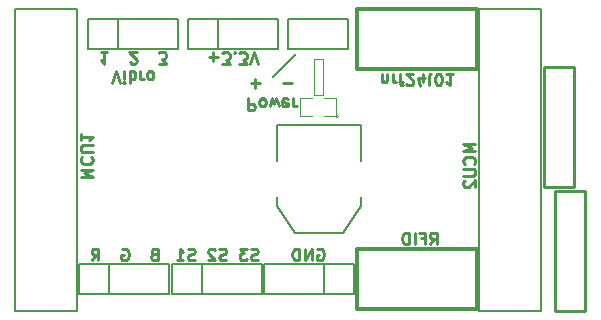
<source format=gbo>
G04 (created by PCBNEW (2013-may-18)-stable) date Вс 07 июн 2015 12:30:23*
%MOIN*%
G04 Gerber Fmt 3.4, Leading zero omitted, Abs format*
%FSLAX34Y34*%
G01*
G70*
G90*
G04 APERTURE LIST*
%ADD10C,0.00590551*%
%ADD11C,0.00787402*%
%ADD12C,0.00984252*%
%ADD13C,0.0047*%
%ADD14C,0.008*%
%ADD15C,0.0039*%
%ADD16C,0.012*%
%ADD17C,0.01*%
%ADD18C,0.006*%
G04 APERTURE END LIST*
G54D10*
G54D11*
X34094Y-19783D02*
X34094Y-19744D01*
X33366Y-20511D02*
X34094Y-19783D01*
G54D12*
X40100Y-22723D02*
X39706Y-22723D01*
X39987Y-22854D01*
X39706Y-22985D01*
X40100Y-22985D01*
X40062Y-23398D02*
X40081Y-23379D01*
X40100Y-23323D01*
X40100Y-23285D01*
X40081Y-23229D01*
X40044Y-23191D01*
X40006Y-23173D01*
X39931Y-23154D01*
X39875Y-23154D01*
X39800Y-23173D01*
X39762Y-23191D01*
X39725Y-23229D01*
X39706Y-23285D01*
X39706Y-23323D01*
X39725Y-23379D01*
X39744Y-23398D01*
X39706Y-23566D02*
X40025Y-23566D01*
X40062Y-23585D01*
X40081Y-23604D01*
X40100Y-23641D01*
X40100Y-23716D01*
X40081Y-23754D01*
X40062Y-23772D01*
X40025Y-23791D01*
X39706Y-23791D01*
X39744Y-23960D02*
X39725Y-23979D01*
X39706Y-24016D01*
X39706Y-24110D01*
X39725Y-24147D01*
X39744Y-24166D01*
X39781Y-24185D01*
X39819Y-24185D01*
X39875Y-24166D01*
X40100Y-23941D01*
X40100Y-24185D01*
X26946Y-23851D02*
X27340Y-23851D01*
X27059Y-23720D01*
X27340Y-23589D01*
X26946Y-23589D01*
X26984Y-23176D02*
X26965Y-23195D01*
X26946Y-23251D01*
X26946Y-23289D01*
X26965Y-23345D01*
X27003Y-23383D01*
X27040Y-23401D01*
X27115Y-23420D01*
X27171Y-23420D01*
X27246Y-23401D01*
X27284Y-23383D01*
X27321Y-23345D01*
X27340Y-23289D01*
X27340Y-23251D01*
X27321Y-23195D01*
X27303Y-23176D01*
X27340Y-23008D02*
X27021Y-23008D01*
X26984Y-22989D01*
X26965Y-22970D01*
X26946Y-22933D01*
X26946Y-22858D01*
X26965Y-22820D01*
X26984Y-22801D01*
X27021Y-22783D01*
X27340Y-22783D01*
X26946Y-22389D02*
X26946Y-22614D01*
X26946Y-22501D02*
X27340Y-22501D01*
X27284Y-22539D01*
X27246Y-22576D01*
X27228Y-22614D01*
X38585Y-26084D02*
X38716Y-25897D01*
X38810Y-26084D02*
X38810Y-25690D01*
X38660Y-25690D01*
X38622Y-25709D01*
X38604Y-25728D01*
X38585Y-25765D01*
X38585Y-25822D01*
X38604Y-25859D01*
X38622Y-25878D01*
X38660Y-25897D01*
X38810Y-25897D01*
X38285Y-25878D02*
X38416Y-25878D01*
X38416Y-26084D02*
X38416Y-25690D01*
X38229Y-25690D01*
X38079Y-26084D02*
X38079Y-25690D01*
X37891Y-26084D02*
X37891Y-25690D01*
X37798Y-25690D01*
X37741Y-25709D01*
X37704Y-25747D01*
X37685Y-25784D01*
X37666Y-25859D01*
X37666Y-25915D01*
X37685Y-25990D01*
X37704Y-26028D01*
X37741Y-26065D01*
X37798Y-26084D01*
X37891Y-26084D01*
X36997Y-20654D02*
X36997Y-20391D01*
X36997Y-20616D02*
X37016Y-20635D01*
X37053Y-20654D01*
X37110Y-20654D01*
X37147Y-20635D01*
X37166Y-20598D01*
X37166Y-20391D01*
X37353Y-20391D02*
X37353Y-20654D01*
X37353Y-20579D02*
X37372Y-20616D01*
X37391Y-20635D01*
X37428Y-20654D01*
X37466Y-20654D01*
X37541Y-20654D02*
X37691Y-20654D01*
X37597Y-20391D02*
X37597Y-20729D01*
X37616Y-20766D01*
X37653Y-20785D01*
X37691Y-20785D01*
X37803Y-20748D02*
X37822Y-20766D01*
X37859Y-20785D01*
X37953Y-20785D01*
X37991Y-20766D01*
X38009Y-20748D01*
X38028Y-20710D01*
X38028Y-20673D01*
X38009Y-20616D01*
X37784Y-20391D01*
X38028Y-20391D01*
X38366Y-20654D02*
X38366Y-20391D01*
X38272Y-20804D02*
X38178Y-20523D01*
X38422Y-20523D01*
X38628Y-20391D02*
X38591Y-20410D01*
X38572Y-20448D01*
X38572Y-20785D01*
X38853Y-20785D02*
X38891Y-20785D01*
X38928Y-20766D01*
X38947Y-20748D01*
X38966Y-20710D01*
X38984Y-20635D01*
X38984Y-20541D01*
X38966Y-20466D01*
X38947Y-20429D01*
X38928Y-20410D01*
X38891Y-20391D01*
X38853Y-20391D01*
X38816Y-20410D01*
X38797Y-20429D01*
X38778Y-20466D01*
X38759Y-20541D01*
X38759Y-20635D01*
X38778Y-20710D01*
X38797Y-20748D01*
X38816Y-20766D01*
X38853Y-20785D01*
X39359Y-20391D02*
X39134Y-20391D01*
X39247Y-20391D02*
X39247Y-20785D01*
X39209Y-20729D01*
X39172Y-20691D01*
X39134Y-20673D01*
X32529Y-21218D02*
X32529Y-21612D01*
X32679Y-21612D01*
X32716Y-21593D01*
X32735Y-21574D01*
X32754Y-21537D01*
X32754Y-21481D01*
X32735Y-21443D01*
X32716Y-21424D01*
X32679Y-21406D01*
X32529Y-21406D01*
X32979Y-21218D02*
X32941Y-21237D01*
X32922Y-21256D01*
X32904Y-21293D01*
X32904Y-21406D01*
X32922Y-21443D01*
X32941Y-21462D01*
X32979Y-21481D01*
X33035Y-21481D01*
X33072Y-21462D01*
X33091Y-21443D01*
X33110Y-21406D01*
X33110Y-21293D01*
X33091Y-21256D01*
X33072Y-21237D01*
X33035Y-21218D01*
X32979Y-21218D01*
X33241Y-21481D02*
X33316Y-21218D01*
X33391Y-21406D01*
X33466Y-21218D01*
X33541Y-21481D01*
X33841Y-21237D02*
X33803Y-21218D01*
X33728Y-21218D01*
X33691Y-21237D01*
X33672Y-21274D01*
X33672Y-21424D01*
X33691Y-21462D01*
X33728Y-21481D01*
X33803Y-21481D01*
X33841Y-21462D01*
X33860Y-21424D01*
X33860Y-21387D01*
X33672Y-21349D01*
X34028Y-21218D02*
X34028Y-21481D01*
X34028Y-21406D02*
X34047Y-21443D01*
X34066Y-21462D01*
X34103Y-21481D01*
X34141Y-21481D01*
X32613Y-20718D02*
X32913Y-20718D01*
X32763Y-20568D02*
X32763Y-20868D01*
X33700Y-20718D02*
X34000Y-20718D01*
X31220Y-19833D02*
X31520Y-19833D01*
X31370Y-19683D02*
X31370Y-19983D01*
X31670Y-20076D02*
X31914Y-20076D01*
X31782Y-19926D01*
X31839Y-19926D01*
X31876Y-19908D01*
X31895Y-19889D01*
X31914Y-19851D01*
X31914Y-19758D01*
X31895Y-19720D01*
X31876Y-19701D01*
X31839Y-19683D01*
X31726Y-19683D01*
X31689Y-19701D01*
X31670Y-19720D01*
X32082Y-19720D02*
X32101Y-19701D01*
X32082Y-19683D01*
X32064Y-19701D01*
X32082Y-19720D01*
X32082Y-19683D01*
X32232Y-20076D02*
X32476Y-20076D01*
X32345Y-19926D01*
X32401Y-19926D01*
X32439Y-19908D01*
X32457Y-19889D01*
X32476Y-19851D01*
X32476Y-19758D01*
X32457Y-19720D01*
X32439Y-19701D01*
X32401Y-19683D01*
X32289Y-19683D01*
X32251Y-19701D01*
X32232Y-19720D01*
X32589Y-20076D02*
X32720Y-19683D01*
X32851Y-20076D01*
X27997Y-20706D02*
X28128Y-20313D01*
X28260Y-20706D01*
X28391Y-20313D02*
X28391Y-20575D01*
X28391Y-20706D02*
X28372Y-20688D01*
X28391Y-20669D01*
X28410Y-20688D01*
X28391Y-20706D01*
X28391Y-20669D01*
X28578Y-20313D02*
X28578Y-20706D01*
X28578Y-20556D02*
X28616Y-20575D01*
X28691Y-20575D01*
X28728Y-20556D01*
X28747Y-20538D01*
X28766Y-20500D01*
X28766Y-20388D01*
X28747Y-20350D01*
X28728Y-20331D01*
X28691Y-20313D01*
X28616Y-20313D01*
X28578Y-20331D01*
X28935Y-20313D02*
X28935Y-20575D01*
X28935Y-20500D02*
X28953Y-20538D01*
X28972Y-20556D01*
X29010Y-20575D01*
X29047Y-20575D01*
X29235Y-20313D02*
X29197Y-20331D01*
X29178Y-20350D01*
X29160Y-20388D01*
X29160Y-20500D01*
X29178Y-20538D01*
X29197Y-20556D01*
X29235Y-20575D01*
X29291Y-20575D01*
X29328Y-20556D01*
X29347Y-20538D01*
X29366Y-20500D01*
X29366Y-20388D01*
X29347Y-20350D01*
X29328Y-20331D01*
X29291Y-20313D01*
X29235Y-20313D01*
X27838Y-19663D02*
X27613Y-19663D01*
X27725Y-19663D02*
X27725Y-20057D01*
X27688Y-20000D01*
X27650Y-19963D01*
X27613Y-19944D01*
X28588Y-20019D02*
X28607Y-20038D01*
X28644Y-20057D01*
X28738Y-20057D01*
X28775Y-20038D01*
X28794Y-20019D01*
X28813Y-19982D01*
X28813Y-19944D01*
X28794Y-19888D01*
X28569Y-19663D01*
X28813Y-19663D01*
X29544Y-20057D02*
X29788Y-20057D01*
X29656Y-19907D01*
X29713Y-19907D01*
X29750Y-19888D01*
X29769Y-19869D01*
X29788Y-19832D01*
X29788Y-19738D01*
X29769Y-19700D01*
X29750Y-19682D01*
X29713Y-19663D01*
X29600Y-19663D01*
X29563Y-19682D01*
X29544Y-19700D01*
X29390Y-26409D02*
X29334Y-26428D01*
X29315Y-26447D01*
X29296Y-26484D01*
X29296Y-26541D01*
X29315Y-26578D01*
X29334Y-26597D01*
X29371Y-26616D01*
X29521Y-26616D01*
X29521Y-26222D01*
X29390Y-26222D01*
X29353Y-26241D01*
X29334Y-26259D01*
X29315Y-26297D01*
X29315Y-26334D01*
X29334Y-26372D01*
X29353Y-26391D01*
X29390Y-26409D01*
X29521Y-26409D01*
X28322Y-26241D02*
X28359Y-26222D01*
X28415Y-26222D01*
X28472Y-26241D01*
X28509Y-26278D01*
X28528Y-26316D01*
X28547Y-26391D01*
X28547Y-26447D01*
X28528Y-26522D01*
X28509Y-26559D01*
X28472Y-26597D01*
X28415Y-26616D01*
X28378Y-26616D01*
X28322Y-26597D01*
X28303Y-26578D01*
X28303Y-26447D01*
X28378Y-26447D01*
X27309Y-26616D02*
X27440Y-26428D01*
X27534Y-26616D02*
X27534Y-26222D01*
X27384Y-26222D01*
X27347Y-26241D01*
X27328Y-26259D01*
X27309Y-26297D01*
X27309Y-26353D01*
X27328Y-26391D01*
X27347Y-26409D01*
X27384Y-26428D01*
X27534Y-26428D01*
X32845Y-26597D02*
X32789Y-26616D01*
X32695Y-26616D01*
X32658Y-26597D01*
X32639Y-26578D01*
X32620Y-26541D01*
X32620Y-26503D01*
X32639Y-26466D01*
X32658Y-26447D01*
X32695Y-26428D01*
X32770Y-26409D01*
X32808Y-26391D01*
X32827Y-26372D01*
X32845Y-26334D01*
X32845Y-26297D01*
X32827Y-26259D01*
X32808Y-26241D01*
X32770Y-26222D01*
X32677Y-26222D01*
X32620Y-26241D01*
X32489Y-26222D02*
X32245Y-26222D01*
X32377Y-26372D01*
X32320Y-26372D01*
X32283Y-26391D01*
X32264Y-26409D01*
X32245Y-26447D01*
X32245Y-26541D01*
X32264Y-26578D01*
X32283Y-26597D01*
X32320Y-26616D01*
X32433Y-26616D01*
X32470Y-26597D01*
X32489Y-26578D01*
X31796Y-26597D02*
X31739Y-26616D01*
X31646Y-26616D01*
X31608Y-26597D01*
X31589Y-26578D01*
X31571Y-26541D01*
X31571Y-26503D01*
X31589Y-26466D01*
X31608Y-26447D01*
X31646Y-26428D01*
X31721Y-26409D01*
X31758Y-26391D01*
X31777Y-26372D01*
X31796Y-26334D01*
X31796Y-26297D01*
X31777Y-26259D01*
X31758Y-26241D01*
X31721Y-26222D01*
X31627Y-26222D01*
X31571Y-26241D01*
X31421Y-26259D02*
X31402Y-26241D01*
X31364Y-26222D01*
X31271Y-26222D01*
X31233Y-26241D01*
X31214Y-26259D01*
X31196Y-26297D01*
X31196Y-26334D01*
X31214Y-26391D01*
X31439Y-26616D01*
X31196Y-26616D01*
X30746Y-26597D02*
X30689Y-26616D01*
X30596Y-26616D01*
X30558Y-26597D01*
X30539Y-26578D01*
X30521Y-26541D01*
X30521Y-26503D01*
X30539Y-26466D01*
X30558Y-26447D01*
X30596Y-26428D01*
X30671Y-26409D01*
X30708Y-26391D01*
X30727Y-26372D01*
X30746Y-26334D01*
X30746Y-26297D01*
X30727Y-26259D01*
X30708Y-26241D01*
X30671Y-26222D01*
X30577Y-26222D01*
X30521Y-26241D01*
X30146Y-26616D02*
X30371Y-26616D01*
X30258Y-26616D02*
X30258Y-26222D01*
X30296Y-26278D01*
X30333Y-26316D01*
X30371Y-26334D01*
X34827Y-26241D02*
X34865Y-26222D01*
X34921Y-26222D01*
X34977Y-26241D01*
X35014Y-26278D01*
X35033Y-26316D01*
X35052Y-26391D01*
X35052Y-26447D01*
X35033Y-26522D01*
X35014Y-26559D01*
X34977Y-26597D01*
X34921Y-26616D01*
X34883Y-26616D01*
X34827Y-26597D01*
X34808Y-26578D01*
X34808Y-26447D01*
X34883Y-26447D01*
X34640Y-26616D02*
X34640Y-26222D01*
X34415Y-26616D01*
X34415Y-26222D01*
X34227Y-26616D02*
X34227Y-26222D01*
X34133Y-26222D01*
X34077Y-26241D01*
X34040Y-26278D01*
X34021Y-26316D01*
X34002Y-26391D01*
X34002Y-26447D01*
X34021Y-26522D01*
X34040Y-26559D01*
X34077Y-26597D01*
X34133Y-26616D01*
X34227Y-26616D01*
G54D13*
X35012Y-21092D02*
X35012Y-19892D01*
X35012Y-19892D02*
X34712Y-19892D01*
X34712Y-19892D02*
X34712Y-21092D01*
X34712Y-21092D02*
X35012Y-21092D01*
G54D14*
X33481Y-23317D02*
X33481Y-22117D01*
X33481Y-22117D02*
X36281Y-22117D01*
X36281Y-22117D02*
X36281Y-23317D01*
X33481Y-24517D02*
X33481Y-24817D01*
X33481Y-24817D02*
X34081Y-25717D01*
X34081Y-25717D02*
X35681Y-25717D01*
X35681Y-25717D02*
X36281Y-24817D01*
X36281Y-24817D02*
X36281Y-24517D01*
G54D15*
X35542Y-21815D02*
G75*
G03X35542Y-21815I-50J0D01*
G74*
G01*
X35042Y-21815D02*
X35442Y-21815D01*
X35442Y-21815D02*
X35442Y-21215D01*
X35442Y-21215D02*
X35042Y-21215D01*
X34642Y-21215D02*
X34242Y-21215D01*
X34242Y-21215D02*
X34242Y-21815D01*
X34242Y-21815D02*
X34642Y-21815D01*
G54D16*
X40169Y-26244D02*
X36169Y-26244D01*
X36169Y-26244D02*
X36169Y-28244D01*
X36169Y-28244D02*
X40169Y-28244D01*
X40169Y-28244D02*
X40169Y-26244D01*
X36169Y-20232D02*
X40169Y-20232D01*
X40169Y-20232D02*
X40169Y-18232D01*
X40169Y-18232D02*
X36169Y-18232D01*
X36169Y-18232D02*
X36169Y-20232D01*
G54D17*
X43767Y-28299D02*
X43767Y-24299D01*
X42767Y-28299D02*
X42767Y-24299D01*
X42767Y-24299D02*
X43767Y-24299D01*
X43767Y-28299D02*
X42767Y-28299D01*
X42393Y-20165D02*
X42393Y-24165D01*
X43393Y-20165D02*
X43393Y-24165D01*
X43393Y-24165D02*
X42393Y-24165D01*
X42393Y-20165D02*
X43393Y-20165D01*
G54D18*
X30507Y-18555D02*
X30507Y-19555D01*
X30507Y-19555D02*
X33507Y-19555D01*
X33507Y-19555D02*
X33507Y-18555D01*
X33507Y-18555D02*
X30507Y-18555D01*
X31507Y-19555D02*
X31507Y-18555D01*
X36066Y-27744D02*
X36066Y-26744D01*
X36066Y-26744D02*
X33066Y-26744D01*
X33066Y-26744D02*
X33066Y-27744D01*
X33066Y-27744D02*
X36066Y-27744D01*
X35066Y-26744D02*
X35066Y-27744D01*
X26885Y-26744D02*
X26885Y-27744D01*
X26885Y-27744D02*
X29885Y-27744D01*
X29885Y-27744D02*
X29885Y-26744D01*
X29885Y-26744D02*
X26885Y-26744D01*
X27885Y-27744D02*
X27885Y-26744D01*
X27181Y-18555D02*
X27181Y-19555D01*
X27181Y-19555D02*
X30181Y-19555D01*
X30181Y-19555D02*
X30181Y-18555D01*
X30181Y-18555D02*
X27181Y-18555D01*
X28181Y-19555D02*
X28181Y-18555D01*
X29976Y-26744D02*
X29976Y-27744D01*
X29976Y-27744D02*
X32976Y-27744D01*
X32976Y-27744D02*
X32976Y-26744D01*
X32976Y-26744D02*
X29976Y-26744D01*
X30976Y-27744D02*
X30976Y-26744D01*
X35862Y-19555D02*
X35862Y-18555D01*
X35862Y-18555D02*
X33862Y-18555D01*
X33862Y-18555D02*
X33862Y-19555D01*
X33862Y-19555D02*
X35862Y-19555D01*
G54D10*
X40236Y-18228D02*
X40236Y-28307D01*
X40236Y-28307D02*
X42283Y-28307D01*
X42283Y-28307D02*
X42283Y-18228D01*
X42283Y-18228D02*
X40236Y-18228D01*
X24763Y-18228D02*
X24763Y-28307D01*
X24763Y-28307D02*
X26811Y-28307D01*
X26811Y-28307D02*
X26811Y-18228D01*
X26811Y-18228D02*
X24763Y-18228D01*
M02*

</source>
